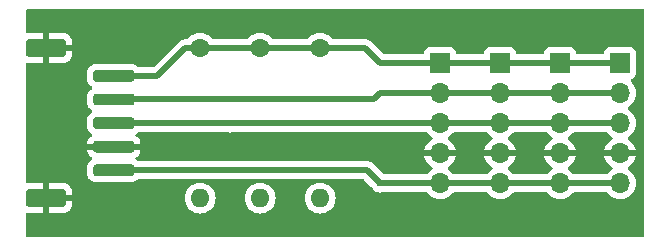
<source format=gbr>
G04 #@! TF.GenerationSoftware,KiCad,Pcbnew,8.0.3+1*
G04 #@! TF.CreationDate,2024-08-19T06:56:22+00:00*
G04 #@! TF.ProjectId,DDT_i2c_proto_breakboard,4444545f-6932-4635-9f70-726f746f5f62,r1*
G04 #@! TF.SameCoordinates,Original*
G04 #@! TF.FileFunction,Copper,L1,Top*
G04 #@! TF.FilePolarity,Positive*
%FSLAX46Y46*%
G04 Gerber Fmt 4.6, Leading zero omitted, Abs format (unit mm)*
G04 Created by KiCad (PCBNEW 8.0.3+1) date 2024-08-19 06:56:22*
%MOMM*%
%LPD*%
G01*
G04 APERTURE LIST*
G04 #@! TA.AperFunction,ComponentPad*
%ADD10R,1.700000X1.700000*%
G04 #@! TD*
G04 #@! TA.AperFunction,ComponentPad*
%ADD11O,1.700000X1.700000*%
G04 #@! TD*
G04 #@! TA.AperFunction,ComponentPad*
%ADD12C,1.600000*%
G04 #@! TD*
G04 #@! TA.AperFunction,ComponentPad*
%ADD13O,1.600000X1.600000*%
G04 #@! TD*
G04 #@! TA.AperFunction,ViaPad*
%ADD14C,0.600000*%
G04 #@! TD*
G04 #@! TA.AperFunction,Conductor*
%ADD15C,0.500000*%
G04 #@! TD*
G04 APERTURE END LIST*
D10*
X142240000Y-71125000D03*
D11*
X142240000Y-73665000D03*
X142240000Y-76205000D03*
X142240000Y-78745000D03*
X142240000Y-81285000D03*
D10*
X147320000Y-71125000D03*
D11*
X147320000Y-73665000D03*
X147320000Y-76205000D03*
X147320000Y-78745000D03*
X147320000Y-81285000D03*
D10*
X137160000Y-71125000D03*
D11*
X137160000Y-73665000D03*
X137160000Y-76205000D03*
X137160000Y-78745000D03*
X137160000Y-81285000D03*
D12*
X121920000Y-69850000D03*
D13*
X121920000Y-82550000D03*
D12*
X127000000Y-69850000D03*
D13*
X127000000Y-82550000D03*
D12*
X116840000Y-69850000D03*
D13*
X116840000Y-82550000D03*
D10*
X152400000Y-71125000D03*
D11*
X152400000Y-73665000D03*
X152400000Y-76205000D03*
X152400000Y-78745000D03*
X152400000Y-81285000D03*
G04 #@! TA.AperFunction,SMDPad,CuDef*
G36*
G01*
X108030000Y-71700000D02*
X111030000Y-71700000D01*
G75*
G02*
X111280000Y-71950000I0J-250000D01*
G01*
X111280000Y-72450000D01*
G75*
G02*
X111030000Y-72700000I-250000J0D01*
G01*
X108030000Y-72700000D01*
G75*
G02*
X107780000Y-72450000I0J250000D01*
G01*
X107780000Y-71950000D01*
G75*
G02*
X108030000Y-71700000I250000J0D01*
G01*
G37*
G04 #@! TD.AperFunction*
G04 #@! TA.AperFunction,SMDPad,CuDef*
G36*
G01*
X108030000Y-73700000D02*
X111030000Y-73700000D01*
G75*
G02*
X111280000Y-73950000I0J-250000D01*
G01*
X111280000Y-74450000D01*
G75*
G02*
X111030000Y-74700000I-250000J0D01*
G01*
X108030000Y-74700000D01*
G75*
G02*
X107780000Y-74450000I0J250000D01*
G01*
X107780000Y-73950000D01*
G75*
G02*
X108030000Y-73700000I250000J0D01*
G01*
G37*
G04 #@! TD.AperFunction*
G04 #@! TA.AperFunction,SMDPad,CuDef*
G36*
G01*
X108030000Y-75700000D02*
X111030000Y-75700000D01*
G75*
G02*
X111280000Y-75950000I0J-250000D01*
G01*
X111280000Y-76450000D01*
G75*
G02*
X111030000Y-76700000I-250000J0D01*
G01*
X108030000Y-76700000D01*
G75*
G02*
X107780000Y-76450000I0J250000D01*
G01*
X107780000Y-75950000D01*
G75*
G02*
X108030000Y-75700000I250000J0D01*
G01*
G37*
G04 #@! TD.AperFunction*
G04 #@! TA.AperFunction,SMDPad,CuDef*
G36*
G01*
X108030000Y-77700000D02*
X111030000Y-77700000D01*
G75*
G02*
X111280000Y-77950000I0J-250000D01*
G01*
X111280000Y-78450000D01*
G75*
G02*
X111030000Y-78700000I-250000J0D01*
G01*
X108030000Y-78700000D01*
G75*
G02*
X107780000Y-78450000I0J250000D01*
G01*
X107780000Y-77950000D01*
G75*
G02*
X108030000Y-77700000I250000J0D01*
G01*
G37*
G04 #@! TD.AperFunction*
G04 #@! TA.AperFunction,SMDPad,CuDef*
G36*
G01*
X108030000Y-79700000D02*
X111030000Y-79700000D01*
G75*
G02*
X111280000Y-79950000I0J-250000D01*
G01*
X111280000Y-80450000D01*
G75*
G02*
X111030000Y-80700000I-250000J0D01*
G01*
X108030000Y-80700000D01*
G75*
G02*
X107780000Y-80450000I0J250000D01*
G01*
X107780000Y-79950000D01*
G75*
G02*
X108030000Y-79700000I250000J0D01*
G01*
G37*
G04 #@! TD.AperFunction*
G04 #@! TA.AperFunction,SMDPad,CuDef*
G36*
G01*
X102330001Y-69100000D02*
X105229999Y-69100000D01*
G75*
G02*
X105480000Y-69350001I0J-250001D01*
G01*
X105480000Y-70349999D01*
G75*
G02*
X105229999Y-70600000I-250001J0D01*
G01*
X102330001Y-70600000D01*
G75*
G02*
X102080000Y-70349999I0J250001D01*
G01*
X102080000Y-69350001D01*
G75*
G02*
X102330001Y-69100000I250001J0D01*
G01*
G37*
G04 #@! TD.AperFunction*
G04 #@! TA.AperFunction,SMDPad,CuDef*
G36*
G01*
X102330001Y-81800000D02*
X105229999Y-81800000D01*
G75*
G02*
X105480000Y-82050001I0J-250001D01*
G01*
X105480000Y-83049999D01*
G75*
G02*
X105229999Y-83300000I-250001J0D01*
G01*
X102330001Y-83300000D01*
G75*
G02*
X102080000Y-83049999I0J250001D01*
G01*
X102080000Y-82050001D01*
G75*
G02*
X102330001Y-81800000I250001J0D01*
G01*
G37*
G04 #@! TD.AperFunction*
D14*
X119380000Y-76200000D03*
X114300000Y-74200000D03*
X132085000Y-81285000D03*
D15*
X116840000Y-69850000D02*
X121920000Y-69850000D01*
X132085000Y-71125000D02*
X137160000Y-71125000D01*
X113220000Y-72200000D02*
X115570000Y-69850000D01*
X137160000Y-71125000D02*
X142240000Y-71125000D01*
X142240000Y-71125000D02*
X147320000Y-71125000D01*
X130810000Y-69850000D02*
X132085000Y-71125000D01*
X147320000Y-71125000D02*
X152400000Y-71125000D01*
X109530000Y-72200000D02*
X113220000Y-72200000D01*
X115570000Y-69850000D02*
X116840000Y-69850000D01*
X127000000Y-69850000D02*
X130810000Y-69850000D01*
X121920000Y-69850000D02*
X127000000Y-69850000D01*
X142240000Y-76205000D02*
X147320000Y-76205000D01*
X119380000Y-76200000D02*
X137155000Y-76200000D01*
X137160000Y-76205000D02*
X142240000Y-76205000D01*
X147320000Y-76205000D02*
X152400000Y-76205000D01*
X109530000Y-76200000D02*
X119380000Y-76200000D01*
X137155000Y-76200000D02*
X137160000Y-76205000D01*
X132080000Y-73660000D02*
X134620000Y-73660000D01*
X134625000Y-73665000D02*
X137160000Y-73665000D01*
X114300000Y-74200000D02*
X131540000Y-74200000D01*
X109530000Y-74200000D02*
X114300000Y-74200000D01*
X142240000Y-73665000D02*
X137160000Y-73665000D01*
X147320000Y-73665000D02*
X142240000Y-73665000D01*
X152400000Y-73665000D02*
X147320000Y-73665000D01*
X134620000Y-73660000D02*
X134625000Y-73665000D01*
X131540000Y-74200000D02*
X132080000Y-73660000D01*
X132085000Y-81285000D02*
X152400000Y-81285000D01*
X109530000Y-80200000D02*
X131000000Y-80200000D01*
X131000000Y-80200000D02*
X132085000Y-81285000D01*
G04 #@! TA.AperFunction,Conductor*
G36*
X141119338Y-76975185D02*
G01*
X141153873Y-77008376D01*
X141201505Y-77076401D01*
X141368597Y-77243493D01*
X141368603Y-77243498D01*
X141554594Y-77373730D01*
X141598219Y-77428307D01*
X141605413Y-77497805D01*
X141573890Y-77560160D01*
X141554595Y-77576880D01*
X141368922Y-77706890D01*
X141368920Y-77706891D01*
X141201891Y-77873920D01*
X141201886Y-77873926D01*
X141066400Y-78067420D01*
X141066399Y-78067422D01*
X140966570Y-78281507D01*
X140966567Y-78281513D01*
X140909364Y-78494999D01*
X140909364Y-78495000D01*
X141806988Y-78495000D01*
X141774075Y-78552007D01*
X141740000Y-78679174D01*
X141740000Y-78810826D01*
X141774075Y-78937993D01*
X141806988Y-78995000D01*
X140909364Y-78995000D01*
X140966567Y-79208486D01*
X140966570Y-79208492D01*
X141066399Y-79422578D01*
X141201894Y-79616082D01*
X141368917Y-79783105D01*
X141554595Y-79913119D01*
X141598219Y-79967696D01*
X141605412Y-80037195D01*
X141573890Y-80099549D01*
X141554595Y-80116269D01*
X141368594Y-80246508D01*
X141201506Y-80413596D01*
X141153874Y-80481623D01*
X141099297Y-80525248D01*
X141052299Y-80534500D01*
X138347701Y-80534500D01*
X138280662Y-80514815D01*
X138246126Y-80481623D01*
X138198494Y-80413597D01*
X138031402Y-80246506D01*
X138031401Y-80246505D01*
X137845405Y-80116269D01*
X137801781Y-80061692D01*
X137794588Y-79992193D01*
X137826110Y-79929839D01*
X137845405Y-79913119D01*
X138031082Y-79783105D01*
X138198105Y-79616082D01*
X138333600Y-79422578D01*
X138433429Y-79208492D01*
X138433432Y-79208486D01*
X138490636Y-78995000D01*
X137593012Y-78995000D01*
X137625925Y-78937993D01*
X137660000Y-78810826D01*
X137660000Y-78679174D01*
X137625925Y-78552007D01*
X137593012Y-78495000D01*
X138490636Y-78495000D01*
X138490635Y-78494999D01*
X138433432Y-78281513D01*
X138433429Y-78281507D01*
X138333600Y-78067422D01*
X138333599Y-78067420D01*
X138198113Y-77873926D01*
X138198108Y-77873920D01*
X138031078Y-77706890D01*
X137845405Y-77576879D01*
X137801780Y-77522302D01*
X137794588Y-77452804D01*
X137826110Y-77390449D01*
X137845406Y-77373730D01*
X138031401Y-77243495D01*
X138198495Y-77076401D01*
X138246127Y-77008376D01*
X138300704Y-76964751D01*
X138347701Y-76955500D01*
X141052299Y-76955500D01*
X141119338Y-76975185D01*
G37*
G04 #@! TD.AperFunction*
G04 #@! TA.AperFunction,Conductor*
G36*
X146199338Y-76975185D02*
G01*
X146233873Y-77008376D01*
X146281505Y-77076401D01*
X146448597Y-77243493D01*
X146448603Y-77243498D01*
X146634594Y-77373730D01*
X146678219Y-77428307D01*
X146685413Y-77497805D01*
X146653890Y-77560160D01*
X146634595Y-77576880D01*
X146448922Y-77706890D01*
X146448920Y-77706891D01*
X146281891Y-77873920D01*
X146281886Y-77873926D01*
X146146400Y-78067420D01*
X146146399Y-78067422D01*
X146046570Y-78281507D01*
X146046567Y-78281513D01*
X145989364Y-78494999D01*
X145989364Y-78495000D01*
X146886988Y-78495000D01*
X146854075Y-78552007D01*
X146820000Y-78679174D01*
X146820000Y-78810826D01*
X146854075Y-78937993D01*
X146886988Y-78995000D01*
X145989364Y-78995000D01*
X146046567Y-79208486D01*
X146046570Y-79208492D01*
X146146399Y-79422578D01*
X146281894Y-79616082D01*
X146448917Y-79783105D01*
X146634595Y-79913119D01*
X146678219Y-79967696D01*
X146685412Y-80037195D01*
X146653890Y-80099549D01*
X146634595Y-80116269D01*
X146448594Y-80246508D01*
X146281506Y-80413596D01*
X146233874Y-80481623D01*
X146179297Y-80525248D01*
X146132299Y-80534500D01*
X143427701Y-80534500D01*
X143360662Y-80514815D01*
X143326126Y-80481623D01*
X143278494Y-80413597D01*
X143111402Y-80246506D01*
X143111401Y-80246505D01*
X142925405Y-80116269D01*
X142881781Y-80061692D01*
X142874588Y-79992193D01*
X142906110Y-79929839D01*
X142925405Y-79913119D01*
X143111082Y-79783105D01*
X143278105Y-79616082D01*
X143413600Y-79422578D01*
X143513429Y-79208492D01*
X143513432Y-79208486D01*
X143570636Y-78995000D01*
X142673012Y-78995000D01*
X142705925Y-78937993D01*
X142740000Y-78810826D01*
X142740000Y-78679174D01*
X142705925Y-78552007D01*
X142673012Y-78495000D01*
X143570636Y-78495000D01*
X143570635Y-78494999D01*
X143513432Y-78281513D01*
X143513429Y-78281507D01*
X143413600Y-78067422D01*
X143413599Y-78067420D01*
X143278113Y-77873926D01*
X143278108Y-77873920D01*
X143111078Y-77706890D01*
X142925405Y-77576879D01*
X142881780Y-77522302D01*
X142874588Y-77452804D01*
X142906110Y-77390449D01*
X142925406Y-77373730D01*
X143111401Y-77243495D01*
X143278495Y-77076401D01*
X143326127Y-77008376D01*
X143380704Y-76964751D01*
X143427701Y-76955500D01*
X146132299Y-76955500D01*
X146199338Y-76975185D01*
G37*
G04 #@! TD.AperFunction*
G04 #@! TA.AperFunction,Conductor*
G36*
X151279338Y-76975185D02*
G01*
X151313873Y-77008376D01*
X151361505Y-77076401D01*
X151528597Y-77243493D01*
X151528603Y-77243498D01*
X151714594Y-77373730D01*
X151758219Y-77428307D01*
X151765413Y-77497805D01*
X151733890Y-77560160D01*
X151714595Y-77576880D01*
X151528922Y-77706890D01*
X151528920Y-77706891D01*
X151361891Y-77873920D01*
X151361886Y-77873926D01*
X151226400Y-78067420D01*
X151226399Y-78067422D01*
X151126570Y-78281507D01*
X151126567Y-78281513D01*
X151069364Y-78494999D01*
X151069364Y-78495000D01*
X151966988Y-78495000D01*
X151934075Y-78552007D01*
X151900000Y-78679174D01*
X151900000Y-78810826D01*
X151934075Y-78937993D01*
X151966988Y-78995000D01*
X151069364Y-78995000D01*
X151126567Y-79208486D01*
X151126570Y-79208492D01*
X151226399Y-79422578D01*
X151361894Y-79616082D01*
X151528917Y-79783105D01*
X151714595Y-79913119D01*
X151758219Y-79967696D01*
X151765412Y-80037195D01*
X151733890Y-80099549D01*
X151714595Y-80116269D01*
X151528594Y-80246508D01*
X151361506Y-80413596D01*
X151313874Y-80481623D01*
X151259297Y-80525248D01*
X151212299Y-80534500D01*
X148507701Y-80534500D01*
X148440662Y-80514815D01*
X148406126Y-80481623D01*
X148358494Y-80413597D01*
X148191402Y-80246506D01*
X148191401Y-80246505D01*
X148005405Y-80116269D01*
X147961781Y-80061692D01*
X147954588Y-79992193D01*
X147986110Y-79929839D01*
X148005405Y-79913119D01*
X148191082Y-79783105D01*
X148358105Y-79616082D01*
X148493600Y-79422578D01*
X148593429Y-79208492D01*
X148593432Y-79208486D01*
X148650636Y-78995000D01*
X147753012Y-78995000D01*
X147785925Y-78937993D01*
X147820000Y-78810826D01*
X147820000Y-78679174D01*
X147785925Y-78552007D01*
X147753012Y-78495000D01*
X148650636Y-78495000D01*
X148650635Y-78494999D01*
X148593432Y-78281513D01*
X148593429Y-78281507D01*
X148493600Y-78067422D01*
X148493599Y-78067420D01*
X148358113Y-77873926D01*
X148358108Y-77873920D01*
X148191078Y-77706890D01*
X148005405Y-77576879D01*
X147961780Y-77522302D01*
X147954588Y-77452804D01*
X147986110Y-77390449D01*
X148005406Y-77373730D01*
X148191401Y-77243495D01*
X148358495Y-77076401D01*
X148406127Y-77008376D01*
X148460704Y-76964751D01*
X148507701Y-76955500D01*
X151212299Y-76955500D01*
X151279338Y-76975185D01*
G37*
G04 #@! TD.AperFunction*
G04 #@! TA.AperFunction,Conductor*
G36*
X154382539Y-66560185D02*
G01*
X154428294Y-66612989D01*
X154439500Y-66664500D01*
X154439500Y-85735500D01*
X154419815Y-85802539D01*
X154367011Y-85848294D01*
X154315500Y-85859500D01*
X102224500Y-85859500D01*
X102157461Y-85839815D01*
X102111706Y-85787011D01*
X102100500Y-85735500D01*
X102100500Y-83918973D01*
X102120185Y-83851934D01*
X102172989Y-83806179D01*
X102237104Y-83795615D01*
X102280017Y-83799999D01*
X102280027Y-83800000D01*
X103530000Y-83800000D01*
X104030000Y-83800000D01*
X105279973Y-83800000D01*
X105279985Y-83799999D01*
X105382689Y-83789506D01*
X105382696Y-83789505D01*
X105549118Y-83734358D01*
X105549123Y-83734356D01*
X105698344Y-83642315D01*
X105822315Y-83518344D01*
X105914356Y-83369123D01*
X105914358Y-83369118D01*
X105969505Y-83202696D01*
X105969506Y-83202689D01*
X105979999Y-83099985D01*
X105980000Y-83099972D01*
X105980000Y-82800000D01*
X104030000Y-82800000D01*
X104030000Y-83800000D01*
X103530000Y-83800000D01*
X103530000Y-82549998D01*
X115534532Y-82549998D01*
X115534532Y-82550001D01*
X115554364Y-82776686D01*
X115554366Y-82776697D01*
X115613258Y-82996488D01*
X115613261Y-82996497D01*
X115709431Y-83202732D01*
X115709432Y-83202734D01*
X115839954Y-83389141D01*
X116000858Y-83550045D01*
X116000861Y-83550047D01*
X116187266Y-83680568D01*
X116393504Y-83776739D01*
X116613308Y-83835635D01*
X116775230Y-83849801D01*
X116839998Y-83855468D01*
X116840000Y-83855468D01*
X116840002Y-83855468D01*
X116896673Y-83850509D01*
X117066692Y-83835635D01*
X117286496Y-83776739D01*
X117492734Y-83680568D01*
X117679139Y-83550047D01*
X117840047Y-83389139D01*
X117970568Y-83202734D01*
X118066739Y-82996496D01*
X118125635Y-82776692D01*
X118145468Y-82550000D01*
X118145468Y-82549998D01*
X120614532Y-82549998D01*
X120614532Y-82550001D01*
X120634364Y-82776686D01*
X120634366Y-82776697D01*
X120693258Y-82996488D01*
X120693261Y-82996497D01*
X120789431Y-83202732D01*
X120789432Y-83202734D01*
X120919954Y-83389141D01*
X121080858Y-83550045D01*
X121080861Y-83550047D01*
X121267266Y-83680568D01*
X121473504Y-83776739D01*
X121693308Y-83835635D01*
X121855230Y-83849801D01*
X121919998Y-83855468D01*
X121920000Y-83855468D01*
X121920002Y-83855468D01*
X121976673Y-83850509D01*
X122146692Y-83835635D01*
X122366496Y-83776739D01*
X122572734Y-83680568D01*
X122759139Y-83550047D01*
X122920047Y-83389139D01*
X123050568Y-83202734D01*
X123146739Y-82996496D01*
X123205635Y-82776692D01*
X123225468Y-82550000D01*
X123225468Y-82549998D01*
X125694532Y-82549998D01*
X125694532Y-82550001D01*
X125714364Y-82776686D01*
X125714366Y-82776697D01*
X125773258Y-82996488D01*
X125773261Y-82996497D01*
X125869431Y-83202732D01*
X125869432Y-83202734D01*
X125999954Y-83389141D01*
X126160858Y-83550045D01*
X126160861Y-83550047D01*
X126347266Y-83680568D01*
X126553504Y-83776739D01*
X126773308Y-83835635D01*
X126935230Y-83849801D01*
X126999998Y-83855468D01*
X127000000Y-83855468D01*
X127000002Y-83855468D01*
X127056673Y-83850509D01*
X127226692Y-83835635D01*
X127446496Y-83776739D01*
X127652734Y-83680568D01*
X127839139Y-83550047D01*
X128000047Y-83389139D01*
X128130568Y-83202734D01*
X128226739Y-82996496D01*
X128285635Y-82776692D01*
X128305468Y-82550000D01*
X128285635Y-82323308D01*
X128226739Y-82103504D01*
X128130568Y-81897266D01*
X128000047Y-81710861D01*
X128000045Y-81710858D01*
X127839141Y-81549954D01*
X127652734Y-81419432D01*
X127652732Y-81419431D01*
X127446497Y-81323261D01*
X127446488Y-81323258D01*
X127226697Y-81264366D01*
X127226693Y-81264365D01*
X127226692Y-81264365D01*
X127226691Y-81264364D01*
X127226686Y-81264364D01*
X127000002Y-81244532D01*
X126999998Y-81244532D01*
X126773313Y-81264364D01*
X126773302Y-81264366D01*
X126553511Y-81323258D01*
X126553502Y-81323261D01*
X126347267Y-81419431D01*
X126347265Y-81419432D01*
X126160858Y-81549954D01*
X125999954Y-81710858D01*
X125869432Y-81897265D01*
X125869431Y-81897267D01*
X125773261Y-82103502D01*
X125773258Y-82103511D01*
X125714366Y-82323302D01*
X125714364Y-82323313D01*
X125694532Y-82549998D01*
X123225468Y-82549998D01*
X123205635Y-82323308D01*
X123146739Y-82103504D01*
X123050568Y-81897266D01*
X122920047Y-81710861D01*
X122920045Y-81710858D01*
X122759141Y-81549954D01*
X122572734Y-81419432D01*
X122572732Y-81419431D01*
X122366497Y-81323261D01*
X122366488Y-81323258D01*
X122146697Y-81264366D01*
X122146693Y-81264365D01*
X122146692Y-81264365D01*
X122146691Y-81264364D01*
X122146686Y-81264364D01*
X121920002Y-81244532D01*
X121919998Y-81244532D01*
X121693313Y-81264364D01*
X121693302Y-81264366D01*
X121473511Y-81323258D01*
X121473502Y-81323261D01*
X121267267Y-81419431D01*
X121267265Y-81419432D01*
X121080858Y-81549954D01*
X120919954Y-81710858D01*
X120789432Y-81897265D01*
X120789431Y-81897267D01*
X120693261Y-82103502D01*
X120693258Y-82103511D01*
X120634366Y-82323302D01*
X120634364Y-82323313D01*
X120614532Y-82549998D01*
X118145468Y-82549998D01*
X118125635Y-82323308D01*
X118066739Y-82103504D01*
X117970568Y-81897266D01*
X117840047Y-81710861D01*
X117840045Y-81710858D01*
X117679141Y-81549954D01*
X117492734Y-81419432D01*
X117492732Y-81419431D01*
X117286497Y-81323261D01*
X117286488Y-81323258D01*
X117066697Y-81264366D01*
X117066693Y-81264365D01*
X117066692Y-81264365D01*
X117066691Y-81264364D01*
X117066686Y-81264364D01*
X116840002Y-81244532D01*
X116839998Y-81244532D01*
X116613313Y-81264364D01*
X116613302Y-81264366D01*
X116393511Y-81323258D01*
X116393502Y-81323261D01*
X116187267Y-81419431D01*
X116187265Y-81419432D01*
X116000858Y-81549954D01*
X115839954Y-81710858D01*
X115709432Y-81897265D01*
X115709431Y-81897267D01*
X115613261Y-82103502D01*
X115613258Y-82103511D01*
X115554366Y-82323302D01*
X115554364Y-82323313D01*
X115534532Y-82549998D01*
X103530000Y-82549998D01*
X103530000Y-82300000D01*
X104030000Y-82300000D01*
X105980000Y-82300000D01*
X105980000Y-82000027D01*
X105979999Y-82000014D01*
X105969506Y-81897310D01*
X105969505Y-81897303D01*
X105914358Y-81730881D01*
X105914356Y-81730876D01*
X105822315Y-81581655D01*
X105698344Y-81457684D01*
X105549123Y-81365643D01*
X105549118Y-81365641D01*
X105382696Y-81310494D01*
X105382689Y-81310493D01*
X105279985Y-81300000D01*
X104030000Y-81300000D01*
X104030000Y-82300000D01*
X103530000Y-82300000D01*
X103530000Y-81300000D01*
X102280009Y-81300000D01*
X102237101Y-81304384D01*
X102168408Y-81291614D01*
X102117524Y-81243733D01*
X102100500Y-81181026D01*
X102100500Y-71899983D01*
X107279500Y-71899983D01*
X107279500Y-72500001D01*
X107279501Y-72500019D01*
X107290000Y-72602796D01*
X107290001Y-72602799D01*
X107345185Y-72769331D01*
X107345187Y-72769336D01*
X107353587Y-72782954D01*
X107437288Y-72918656D01*
X107561344Y-73042712D01*
X107617017Y-73077051D01*
X107645243Y-73094461D01*
X107691967Y-73146409D01*
X107703190Y-73215372D01*
X107675346Y-73279454D01*
X107645243Y-73305539D01*
X107561342Y-73357289D01*
X107437289Y-73481342D01*
X107345187Y-73630663D01*
X107345186Y-73630666D01*
X107290001Y-73797203D01*
X107290001Y-73797204D01*
X107290000Y-73797204D01*
X107279500Y-73899983D01*
X107279500Y-74500001D01*
X107279501Y-74500019D01*
X107290000Y-74602796D01*
X107290001Y-74602799D01*
X107345185Y-74769331D01*
X107345187Y-74769336D01*
X107380069Y-74825888D01*
X107437288Y-74918656D01*
X107561344Y-75042712D01*
X107645243Y-75094461D01*
X107691967Y-75146409D01*
X107703190Y-75215372D01*
X107675346Y-75279454D01*
X107645243Y-75305539D01*
X107561342Y-75357289D01*
X107437289Y-75481342D01*
X107345187Y-75630663D01*
X107345186Y-75630666D01*
X107290001Y-75797203D01*
X107290001Y-75797204D01*
X107290000Y-75797204D01*
X107279500Y-75899983D01*
X107279500Y-76500001D01*
X107279501Y-76500019D01*
X107290000Y-76602796D01*
X107290001Y-76602799D01*
X107311827Y-76668664D01*
X107345186Y-76769334D01*
X107415190Y-76882830D01*
X107437289Y-76918657D01*
X107561344Y-77042712D01*
X107645718Y-77094754D01*
X107692443Y-77146702D01*
X107703666Y-77215664D01*
X107675822Y-77279747D01*
X107645720Y-77305831D01*
X107561656Y-77357682D01*
X107437684Y-77481654D01*
X107345643Y-77630875D01*
X107345641Y-77630880D01*
X107290494Y-77797302D01*
X107290493Y-77797309D01*
X107280000Y-77900013D01*
X107280000Y-77950000D01*
X111779999Y-77950000D01*
X111779999Y-77900028D01*
X111779998Y-77900013D01*
X111769505Y-77797302D01*
X111714358Y-77630880D01*
X111714356Y-77630875D01*
X111622315Y-77481654D01*
X111498344Y-77357683D01*
X111498340Y-77357680D01*
X111414280Y-77305831D01*
X111367555Y-77253883D01*
X111356334Y-77184921D01*
X111384177Y-77120839D01*
X111414278Y-77094756D01*
X111498656Y-77042712D01*
X111554549Y-76986819D01*
X111615872Y-76953334D01*
X111642230Y-76950500D01*
X119080028Y-76950500D01*
X119120982Y-76957457D01*
X119171644Y-76975185D01*
X119200745Y-76985368D01*
X119200750Y-76985369D01*
X119379996Y-77005565D01*
X119380000Y-77005565D01*
X119380004Y-77005565D01*
X119559249Y-76985369D01*
X119559252Y-76985368D01*
X119559255Y-76985368D01*
X119639017Y-76957457D01*
X119679972Y-76950500D01*
X135968798Y-76950500D01*
X136035837Y-76970185D01*
X136070372Y-77003376D01*
X136121505Y-77076401D01*
X136288597Y-77243493D01*
X136288603Y-77243498D01*
X136474594Y-77373730D01*
X136518219Y-77428307D01*
X136525413Y-77497805D01*
X136493890Y-77560160D01*
X136474595Y-77576880D01*
X136288922Y-77706890D01*
X136288920Y-77706891D01*
X136121891Y-77873920D01*
X136121886Y-77873926D01*
X135986400Y-78067420D01*
X135986399Y-78067422D01*
X135886570Y-78281507D01*
X135886567Y-78281513D01*
X135829364Y-78494999D01*
X135829364Y-78495000D01*
X136726988Y-78495000D01*
X136694075Y-78552007D01*
X136660000Y-78679174D01*
X136660000Y-78810826D01*
X136694075Y-78937993D01*
X136726988Y-78995000D01*
X135829364Y-78995000D01*
X135886567Y-79208486D01*
X135886570Y-79208492D01*
X135986399Y-79422578D01*
X136121894Y-79616082D01*
X136288917Y-79783105D01*
X136474595Y-79913119D01*
X136518219Y-79967696D01*
X136525412Y-80037195D01*
X136493890Y-80099549D01*
X136474595Y-80116269D01*
X136288594Y-80246508D01*
X136121506Y-80413596D01*
X136073874Y-80481623D01*
X136019297Y-80525248D01*
X135972299Y-80534500D01*
X132447230Y-80534500D01*
X132380191Y-80514815D01*
X132359549Y-80498181D01*
X131478421Y-79617052D01*
X131478414Y-79617046D01*
X131404729Y-79567812D01*
X131404729Y-79567813D01*
X131355491Y-79534913D01*
X131218917Y-79478343D01*
X131218907Y-79478340D01*
X131073920Y-79449500D01*
X131073918Y-79449500D01*
X111642230Y-79449500D01*
X111575191Y-79429815D01*
X111554549Y-79413181D01*
X111498657Y-79357289D01*
X111498656Y-79357288D01*
X111414279Y-79305244D01*
X111367556Y-79253297D01*
X111356333Y-79184334D01*
X111384177Y-79120252D01*
X111414281Y-79094167D01*
X111498343Y-79042317D01*
X111622315Y-78918345D01*
X111714356Y-78769124D01*
X111714358Y-78769119D01*
X111769505Y-78602697D01*
X111769506Y-78602690D01*
X111779999Y-78499986D01*
X111780000Y-78499973D01*
X111780000Y-78450000D01*
X107280001Y-78450000D01*
X107280001Y-78499986D01*
X107290494Y-78602697D01*
X107345641Y-78769119D01*
X107345643Y-78769124D01*
X107437684Y-78918345D01*
X107561654Y-79042315D01*
X107645719Y-79094167D01*
X107692443Y-79146115D01*
X107703666Y-79215078D01*
X107675822Y-79279160D01*
X107645719Y-79305244D01*
X107561347Y-79357285D01*
X107561343Y-79357288D01*
X107437289Y-79481342D01*
X107345187Y-79630663D01*
X107345186Y-79630666D01*
X107290001Y-79797203D01*
X107290001Y-79797204D01*
X107290000Y-79797204D01*
X107279500Y-79899983D01*
X107279500Y-80500001D01*
X107279501Y-80500019D01*
X107290000Y-80602796D01*
X107290001Y-80602799D01*
X107345185Y-80769331D01*
X107345187Y-80769336D01*
X107377266Y-80821344D01*
X107437288Y-80918656D01*
X107561344Y-81042712D01*
X107710666Y-81134814D01*
X107877203Y-81189999D01*
X107979991Y-81200500D01*
X111080008Y-81200499D01*
X111182797Y-81189999D01*
X111349334Y-81134814D01*
X111498656Y-81042712D01*
X111554549Y-80986819D01*
X111615872Y-80953334D01*
X111642230Y-80950500D01*
X130637770Y-80950500D01*
X130704809Y-80970185D01*
X130725451Y-80986819D01*
X131331692Y-81593060D01*
X131354356Y-81629129D01*
X131356188Y-81628247D01*
X131359207Y-81634516D01*
X131359211Y-81634522D01*
X131455184Y-81787262D01*
X131582738Y-81914816D01*
X131659152Y-81962830D01*
X131718329Y-82000014D01*
X131735478Y-82010789D01*
X131905745Y-82070368D01*
X131905750Y-82070369D01*
X132084996Y-82090565D01*
X132085000Y-82090565D01*
X132085004Y-82090565D01*
X132264249Y-82070369D01*
X132264252Y-82070368D01*
X132264255Y-82070368D01*
X132344017Y-82042457D01*
X132384972Y-82035500D01*
X135972299Y-82035500D01*
X136039338Y-82055185D01*
X136073873Y-82088376D01*
X136084466Y-82103504D01*
X136121505Y-82156401D01*
X136288599Y-82323495D01*
X136385384Y-82391265D01*
X136482165Y-82459032D01*
X136482167Y-82459033D01*
X136482170Y-82459035D01*
X136696337Y-82558903D01*
X136924592Y-82620063D01*
X137112918Y-82636539D01*
X137159999Y-82640659D01*
X137160000Y-82640659D01*
X137160001Y-82640659D01*
X137199234Y-82637226D01*
X137395408Y-82620063D01*
X137623663Y-82558903D01*
X137837830Y-82459035D01*
X138031401Y-82323495D01*
X138198495Y-82156401D01*
X138246127Y-82088376D01*
X138300704Y-82044751D01*
X138347701Y-82035500D01*
X141052299Y-82035500D01*
X141119338Y-82055185D01*
X141153873Y-82088376D01*
X141164466Y-82103504D01*
X141201505Y-82156401D01*
X141368599Y-82323495D01*
X141465384Y-82391265D01*
X141562165Y-82459032D01*
X141562167Y-82459033D01*
X141562170Y-82459035D01*
X141776337Y-82558903D01*
X142004592Y-82620063D01*
X142192918Y-82636539D01*
X142239999Y-82640659D01*
X142240000Y-82640659D01*
X142240001Y-82640659D01*
X142279234Y-82637226D01*
X142475408Y-82620063D01*
X142703663Y-82558903D01*
X142917830Y-82459035D01*
X143111401Y-82323495D01*
X143278495Y-82156401D01*
X143326127Y-82088376D01*
X143380704Y-82044751D01*
X143427701Y-82035500D01*
X146132299Y-82035500D01*
X146199338Y-82055185D01*
X146233873Y-82088376D01*
X146244466Y-82103504D01*
X146281505Y-82156401D01*
X146448599Y-82323495D01*
X146545384Y-82391265D01*
X146642165Y-82459032D01*
X146642167Y-82459033D01*
X146642170Y-82459035D01*
X146856337Y-82558903D01*
X147084592Y-82620063D01*
X147272918Y-82636539D01*
X147319999Y-82640659D01*
X147320000Y-82640659D01*
X147320001Y-82640659D01*
X147359234Y-82637226D01*
X147555408Y-82620063D01*
X147783663Y-82558903D01*
X147997830Y-82459035D01*
X148191401Y-82323495D01*
X148358495Y-82156401D01*
X148406127Y-82088376D01*
X148460704Y-82044751D01*
X148507701Y-82035500D01*
X151212299Y-82035500D01*
X151279338Y-82055185D01*
X151313873Y-82088376D01*
X151324466Y-82103504D01*
X151361505Y-82156401D01*
X151528599Y-82323495D01*
X151625384Y-82391265D01*
X151722165Y-82459032D01*
X151722167Y-82459033D01*
X151722170Y-82459035D01*
X151936337Y-82558903D01*
X152164592Y-82620063D01*
X152352918Y-82636539D01*
X152399999Y-82640659D01*
X152400000Y-82640659D01*
X152400001Y-82640659D01*
X152439234Y-82637226D01*
X152635408Y-82620063D01*
X152863663Y-82558903D01*
X153077830Y-82459035D01*
X153271401Y-82323495D01*
X153438495Y-82156401D01*
X153574035Y-81962830D01*
X153673903Y-81748663D01*
X153735063Y-81520408D01*
X153755659Y-81285000D01*
X153735063Y-81049592D01*
X153673903Y-80821337D01*
X153574035Y-80607171D01*
X153570973Y-80602797D01*
X153438494Y-80413597D01*
X153271402Y-80246506D01*
X153271401Y-80246505D01*
X153085405Y-80116269D01*
X153041781Y-80061692D01*
X153034588Y-79992193D01*
X153066110Y-79929839D01*
X153085405Y-79913119D01*
X153271082Y-79783105D01*
X153438105Y-79616082D01*
X153573600Y-79422578D01*
X153673429Y-79208492D01*
X153673432Y-79208486D01*
X153730636Y-78995000D01*
X152833012Y-78995000D01*
X152865925Y-78937993D01*
X152900000Y-78810826D01*
X152900000Y-78679174D01*
X152865925Y-78552007D01*
X152833012Y-78495000D01*
X153730636Y-78495000D01*
X153730635Y-78494999D01*
X153673432Y-78281513D01*
X153673429Y-78281507D01*
X153573600Y-78067422D01*
X153573599Y-78067420D01*
X153438113Y-77873926D01*
X153438108Y-77873920D01*
X153271078Y-77706890D01*
X153085405Y-77576879D01*
X153041780Y-77522302D01*
X153034588Y-77452804D01*
X153066110Y-77390449D01*
X153085406Y-77373730D01*
X153271401Y-77243495D01*
X153438495Y-77076401D01*
X153574035Y-76882830D01*
X153673903Y-76668663D01*
X153735063Y-76440408D01*
X153755659Y-76205000D01*
X153735063Y-75969592D01*
X153673903Y-75741337D01*
X153574035Y-75527171D01*
X153541946Y-75481342D01*
X153438494Y-75333597D01*
X153271402Y-75166506D01*
X153271396Y-75166501D01*
X153085842Y-75036575D01*
X153042217Y-74981998D01*
X153035023Y-74912500D01*
X153066546Y-74850145D01*
X153085842Y-74833425D01*
X153157925Y-74782952D01*
X153271401Y-74703495D01*
X153438495Y-74536401D01*
X153574035Y-74342830D01*
X153673903Y-74128663D01*
X153735063Y-73900408D01*
X153755659Y-73665000D01*
X153735063Y-73429592D01*
X153677664Y-73215372D01*
X153673905Y-73201344D01*
X153673904Y-73201343D01*
X153673903Y-73201337D01*
X153574035Y-72987171D01*
X153550342Y-72953334D01*
X153438496Y-72793600D01*
X153414227Y-72769331D01*
X153316567Y-72671671D01*
X153283084Y-72610351D01*
X153288068Y-72540659D01*
X153329939Y-72484725D01*
X153360915Y-72467810D01*
X153492331Y-72418796D01*
X153607546Y-72332546D01*
X153693796Y-72217331D01*
X153744091Y-72082483D01*
X153750500Y-72022873D01*
X153750499Y-70227128D01*
X153744091Y-70167517D01*
X153693796Y-70032669D01*
X153693795Y-70032668D01*
X153693793Y-70032664D01*
X153607547Y-69917455D01*
X153607544Y-69917452D01*
X153492335Y-69831206D01*
X153492328Y-69831202D01*
X153357482Y-69780908D01*
X153357483Y-69780908D01*
X153297883Y-69774501D01*
X153297881Y-69774500D01*
X153297873Y-69774500D01*
X153297864Y-69774500D01*
X151502129Y-69774500D01*
X151502123Y-69774501D01*
X151442516Y-69780908D01*
X151307671Y-69831202D01*
X151307664Y-69831206D01*
X151192455Y-69917452D01*
X151192452Y-69917455D01*
X151106206Y-70032664D01*
X151106202Y-70032671D01*
X151055908Y-70167517D01*
X151049501Y-70227116D01*
X151049501Y-70227123D01*
X151049500Y-70227135D01*
X151049500Y-70250500D01*
X151029815Y-70317539D01*
X150977011Y-70363294D01*
X150925500Y-70374500D01*
X148794499Y-70374500D01*
X148727460Y-70354815D01*
X148681705Y-70302011D01*
X148670499Y-70250500D01*
X148670499Y-70227129D01*
X148670498Y-70227123D01*
X148670497Y-70227116D01*
X148664091Y-70167517D01*
X148613796Y-70032669D01*
X148613795Y-70032668D01*
X148613793Y-70032664D01*
X148527547Y-69917455D01*
X148527544Y-69917452D01*
X148412335Y-69831206D01*
X148412328Y-69831202D01*
X148277482Y-69780908D01*
X148277483Y-69780908D01*
X148217883Y-69774501D01*
X148217881Y-69774500D01*
X148217873Y-69774500D01*
X148217864Y-69774500D01*
X146422129Y-69774500D01*
X146422123Y-69774501D01*
X146362516Y-69780908D01*
X146227671Y-69831202D01*
X146227664Y-69831206D01*
X146112455Y-69917452D01*
X146112452Y-69917455D01*
X146026206Y-70032664D01*
X146026202Y-70032671D01*
X145975908Y-70167517D01*
X145969501Y-70227116D01*
X145969501Y-70227123D01*
X145969500Y-70227135D01*
X145969500Y-70250500D01*
X145949815Y-70317539D01*
X145897011Y-70363294D01*
X145845500Y-70374500D01*
X143714499Y-70374500D01*
X143647460Y-70354815D01*
X143601705Y-70302011D01*
X143590499Y-70250500D01*
X143590499Y-70227129D01*
X143590498Y-70227123D01*
X143590497Y-70227116D01*
X143584091Y-70167517D01*
X143533796Y-70032669D01*
X143533795Y-70032668D01*
X143533793Y-70032664D01*
X143447547Y-69917455D01*
X143447544Y-69917452D01*
X143332335Y-69831206D01*
X143332328Y-69831202D01*
X143197482Y-69780908D01*
X143197483Y-69780908D01*
X143137883Y-69774501D01*
X143137881Y-69774500D01*
X143137873Y-69774500D01*
X143137864Y-69774500D01*
X141342129Y-69774500D01*
X141342123Y-69774501D01*
X141282516Y-69780908D01*
X141147671Y-69831202D01*
X141147664Y-69831206D01*
X141032455Y-69917452D01*
X141032452Y-69917455D01*
X140946206Y-70032664D01*
X140946202Y-70032671D01*
X140895908Y-70167517D01*
X140889501Y-70227116D01*
X140889501Y-70227123D01*
X140889500Y-70227135D01*
X140889500Y-70250500D01*
X140869815Y-70317539D01*
X140817011Y-70363294D01*
X140765500Y-70374500D01*
X138634499Y-70374500D01*
X138567460Y-70354815D01*
X138521705Y-70302011D01*
X138510499Y-70250500D01*
X138510499Y-70227129D01*
X138510498Y-70227123D01*
X138510497Y-70227116D01*
X138504091Y-70167517D01*
X138453796Y-70032669D01*
X138453795Y-70032668D01*
X138453793Y-70032664D01*
X138367547Y-69917455D01*
X138367544Y-69917452D01*
X138252335Y-69831206D01*
X138252328Y-69831202D01*
X138117482Y-69780908D01*
X138117483Y-69780908D01*
X138057883Y-69774501D01*
X138057881Y-69774500D01*
X138057873Y-69774500D01*
X138057864Y-69774500D01*
X136262129Y-69774500D01*
X136262123Y-69774501D01*
X136202516Y-69780908D01*
X136067671Y-69831202D01*
X136067664Y-69831206D01*
X135952455Y-69917452D01*
X135952452Y-69917455D01*
X135866206Y-70032664D01*
X135866202Y-70032671D01*
X135815908Y-70167517D01*
X135809501Y-70227116D01*
X135809501Y-70227123D01*
X135809500Y-70227135D01*
X135809500Y-70250500D01*
X135789815Y-70317539D01*
X135737011Y-70363294D01*
X135685500Y-70374500D01*
X132447229Y-70374500D01*
X132380190Y-70354815D01*
X132359548Y-70338181D01*
X131288421Y-69267052D01*
X131288414Y-69267046D01*
X131214729Y-69217812D01*
X131214729Y-69217813D01*
X131165491Y-69184913D01*
X131028917Y-69128343D01*
X131028907Y-69128340D01*
X130883920Y-69099500D01*
X130883918Y-69099500D01*
X128126663Y-69099500D01*
X128059624Y-69079815D01*
X128025088Y-69046623D01*
X128000045Y-69010858D01*
X127839141Y-68849954D01*
X127652734Y-68719432D01*
X127652732Y-68719431D01*
X127446497Y-68623261D01*
X127446488Y-68623258D01*
X127226697Y-68564366D01*
X127226693Y-68564365D01*
X127226692Y-68564365D01*
X127226691Y-68564364D01*
X127226686Y-68564364D01*
X127000002Y-68544532D01*
X126999998Y-68544532D01*
X126773313Y-68564364D01*
X126773302Y-68564366D01*
X126553511Y-68623258D01*
X126553502Y-68623261D01*
X126347267Y-68719431D01*
X126347265Y-68719432D01*
X126160858Y-68849954D01*
X125999954Y-69010858D01*
X125974912Y-69046623D01*
X125920335Y-69090248D01*
X125873337Y-69099500D01*
X123046663Y-69099500D01*
X122979624Y-69079815D01*
X122945088Y-69046623D01*
X122920045Y-69010858D01*
X122759141Y-68849954D01*
X122572734Y-68719432D01*
X122572732Y-68719431D01*
X122366497Y-68623261D01*
X122366488Y-68623258D01*
X122146697Y-68564366D01*
X122146693Y-68564365D01*
X122146692Y-68564365D01*
X122146691Y-68564364D01*
X122146686Y-68564364D01*
X121920002Y-68544532D01*
X121919998Y-68544532D01*
X121693313Y-68564364D01*
X121693302Y-68564366D01*
X121473511Y-68623258D01*
X121473502Y-68623261D01*
X121267267Y-68719431D01*
X121267265Y-68719432D01*
X121080858Y-68849954D01*
X120919954Y-69010858D01*
X120894912Y-69046623D01*
X120840335Y-69090248D01*
X120793337Y-69099500D01*
X117966663Y-69099500D01*
X117899624Y-69079815D01*
X117865088Y-69046623D01*
X117840045Y-69010858D01*
X117679141Y-68849954D01*
X117492734Y-68719432D01*
X117492732Y-68719431D01*
X117286497Y-68623261D01*
X117286488Y-68623258D01*
X117066697Y-68564366D01*
X117066693Y-68564365D01*
X117066692Y-68564365D01*
X117066691Y-68564364D01*
X117066686Y-68564364D01*
X116840002Y-68544532D01*
X116839998Y-68544532D01*
X116613313Y-68564364D01*
X116613302Y-68564366D01*
X116393511Y-68623258D01*
X116393502Y-68623261D01*
X116187267Y-68719431D01*
X116187265Y-68719432D01*
X116000858Y-68849954D01*
X115839954Y-69010858D01*
X115814912Y-69046623D01*
X115760335Y-69090248D01*
X115713337Y-69099500D01*
X115496080Y-69099500D01*
X115351092Y-69128340D01*
X115351086Y-69128342D01*
X115214508Y-69184914D01*
X115214496Y-69184921D01*
X115165269Y-69217813D01*
X115091588Y-69267044D01*
X115091580Y-69267050D01*
X112945451Y-71413181D01*
X112884128Y-71446666D01*
X112857770Y-71449500D01*
X111642230Y-71449500D01*
X111575191Y-71429815D01*
X111554549Y-71413181D01*
X111498657Y-71357289D01*
X111498656Y-71357288D01*
X111349334Y-71265186D01*
X111182797Y-71210001D01*
X111182795Y-71210000D01*
X111080010Y-71199500D01*
X107979998Y-71199500D01*
X107979981Y-71199501D01*
X107877203Y-71210000D01*
X107877200Y-71210001D01*
X107710668Y-71265185D01*
X107710663Y-71265187D01*
X107561342Y-71357289D01*
X107437289Y-71481342D01*
X107345187Y-71630663D01*
X107345186Y-71630666D01*
X107290001Y-71797203D01*
X107290001Y-71797204D01*
X107290000Y-71797204D01*
X107279500Y-71899983D01*
X102100500Y-71899983D01*
X102100500Y-71218973D01*
X102120185Y-71151934D01*
X102172989Y-71106179D01*
X102237104Y-71095615D01*
X102280017Y-71099999D01*
X102280027Y-71100000D01*
X103530000Y-71100000D01*
X104030000Y-71100000D01*
X105279973Y-71100000D01*
X105279985Y-71099999D01*
X105382689Y-71089506D01*
X105382696Y-71089505D01*
X105549118Y-71034358D01*
X105549123Y-71034356D01*
X105698344Y-70942315D01*
X105822315Y-70818344D01*
X105914356Y-70669123D01*
X105914358Y-70669118D01*
X105969505Y-70502696D01*
X105969506Y-70502689D01*
X105979999Y-70399985D01*
X105980000Y-70399972D01*
X105980000Y-70100000D01*
X104030000Y-70100000D01*
X104030000Y-71100000D01*
X103530000Y-71100000D01*
X103530000Y-69600000D01*
X104030000Y-69600000D01*
X105980000Y-69600000D01*
X105980000Y-69300027D01*
X105979999Y-69300014D01*
X105969506Y-69197310D01*
X105969505Y-69197303D01*
X105914358Y-69030881D01*
X105914356Y-69030876D01*
X105822315Y-68881655D01*
X105698344Y-68757684D01*
X105549123Y-68665643D01*
X105549118Y-68665641D01*
X105382696Y-68610494D01*
X105382689Y-68610493D01*
X105279985Y-68600000D01*
X104030000Y-68600000D01*
X104030000Y-69600000D01*
X103530000Y-69600000D01*
X103530000Y-68600000D01*
X102280009Y-68600000D01*
X102237101Y-68604384D01*
X102168408Y-68591614D01*
X102117524Y-68543733D01*
X102100500Y-68481026D01*
X102100500Y-66664500D01*
X102120185Y-66597461D01*
X102172989Y-66551706D01*
X102224500Y-66540500D01*
X154315500Y-66540500D01*
X154382539Y-66560185D01*
G37*
G04 #@! TD.AperFunction*
M02*

</source>
